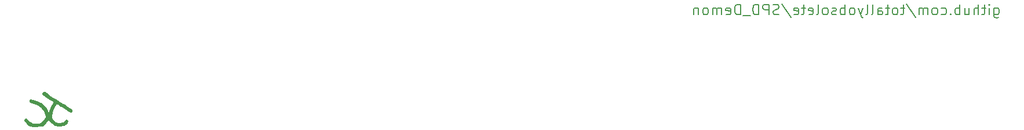
<source format=gbr>
%TF.GenerationSoftware,KiCad,Pcbnew,8.0.9*%
%TF.CreationDate,2025-05-08T22:04:52-05:00*%
%TF.ProjectId,SPD_Demon,5350445f-4465-46d6-9f6e-2e6b69636164,rev?*%
%TF.SameCoordinates,Original*%
%TF.FileFunction,Legend,Bot*%
%TF.FilePolarity,Positive*%
%FSLAX46Y46*%
G04 Gerber Fmt 4.6, Leading zero omitted, Abs format (unit mm)*
G04 Created by KiCad (PCBNEW 8.0.9) date 2025-05-08 22:04:52*
%MOMM*%
%LPD*%
G01*
G04 APERTURE LIST*
%ADD10C,0.200000*%
%ADD11C,0.000000*%
G04 APERTURE END LIST*
D10*
X169175422Y-27000028D02*
X169175422Y-28214314D01*
X169175422Y-28214314D02*
X169246850Y-28357171D01*
X169246850Y-28357171D02*
X169318279Y-28428600D01*
X169318279Y-28428600D02*
X169461136Y-28500028D01*
X169461136Y-28500028D02*
X169675422Y-28500028D01*
X169675422Y-28500028D02*
X169818279Y-28428600D01*
X169175422Y-27928600D02*
X169318279Y-28000028D01*
X169318279Y-28000028D02*
X169603993Y-28000028D01*
X169603993Y-28000028D02*
X169746850Y-27928600D01*
X169746850Y-27928600D02*
X169818279Y-27857171D01*
X169818279Y-27857171D02*
X169889707Y-27714314D01*
X169889707Y-27714314D02*
X169889707Y-27285742D01*
X169889707Y-27285742D02*
X169818279Y-27142885D01*
X169818279Y-27142885D02*
X169746850Y-27071457D01*
X169746850Y-27071457D02*
X169603993Y-27000028D01*
X169603993Y-27000028D02*
X169318279Y-27000028D01*
X169318279Y-27000028D02*
X169175422Y-27071457D01*
X168461136Y-28000028D02*
X168461136Y-27000028D01*
X168461136Y-26500028D02*
X168532564Y-26571457D01*
X168532564Y-26571457D02*
X168461136Y-26642885D01*
X168461136Y-26642885D02*
X168389707Y-26571457D01*
X168389707Y-26571457D02*
X168461136Y-26500028D01*
X168461136Y-26500028D02*
X168461136Y-26642885D01*
X167961135Y-27000028D02*
X167389707Y-27000028D01*
X167746850Y-26500028D02*
X167746850Y-27785742D01*
X167746850Y-27785742D02*
X167675421Y-27928600D01*
X167675421Y-27928600D02*
X167532564Y-28000028D01*
X167532564Y-28000028D02*
X167389707Y-28000028D01*
X166889707Y-28000028D02*
X166889707Y-26500028D01*
X166246850Y-28000028D02*
X166246850Y-27214314D01*
X166246850Y-27214314D02*
X166318278Y-27071457D01*
X166318278Y-27071457D02*
X166461135Y-27000028D01*
X166461135Y-27000028D02*
X166675421Y-27000028D01*
X166675421Y-27000028D02*
X166818278Y-27071457D01*
X166818278Y-27071457D02*
X166889707Y-27142885D01*
X164889707Y-27000028D02*
X164889707Y-28000028D01*
X165532564Y-27000028D02*
X165532564Y-27785742D01*
X165532564Y-27785742D02*
X165461135Y-27928600D01*
X165461135Y-27928600D02*
X165318278Y-28000028D01*
X165318278Y-28000028D02*
X165103992Y-28000028D01*
X165103992Y-28000028D02*
X164961135Y-27928600D01*
X164961135Y-27928600D02*
X164889707Y-27857171D01*
X164175421Y-28000028D02*
X164175421Y-26500028D01*
X164175421Y-27071457D02*
X164032564Y-27000028D01*
X164032564Y-27000028D02*
X163746849Y-27000028D01*
X163746849Y-27000028D02*
X163603992Y-27071457D01*
X163603992Y-27071457D02*
X163532564Y-27142885D01*
X163532564Y-27142885D02*
X163461135Y-27285742D01*
X163461135Y-27285742D02*
X163461135Y-27714314D01*
X163461135Y-27714314D02*
X163532564Y-27857171D01*
X163532564Y-27857171D02*
X163603992Y-27928600D01*
X163603992Y-27928600D02*
X163746849Y-28000028D01*
X163746849Y-28000028D02*
X164032564Y-28000028D01*
X164032564Y-28000028D02*
X164175421Y-27928600D01*
X162818278Y-27857171D02*
X162746849Y-27928600D01*
X162746849Y-27928600D02*
X162818278Y-28000028D01*
X162818278Y-28000028D02*
X162889706Y-27928600D01*
X162889706Y-27928600D02*
X162818278Y-27857171D01*
X162818278Y-27857171D02*
X162818278Y-28000028D01*
X161461135Y-27928600D02*
X161603992Y-28000028D01*
X161603992Y-28000028D02*
X161889706Y-28000028D01*
X161889706Y-28000028D02*
X162032563Y-27928600D01*
X162032563Y-27928600D02*
X162103992Y-27857171D01*
X162103992Y-27857171D02*
X162175420Y-27714314D01*
X162175420Y-27714314D02*
X162175420Y-27285742D01*
X162175420Y-27285742D02*
X162103992Y-27142885D01*
X162103992Y-27142885D02*
X162032563Y-27071457D01*
X162032563Y-27071457D02*
X161889706Y-27000028D01*
X161889706Y-27000028D02*
X161603992Y-27000028D01*
X161603992Y-27000028D02*
X161461135Y-27071457D01*
X160603992Y-28000028D02*
X160746849Y-27928600D01*
X160746849Y-27928600D02*
X160818278Y-27857171D01*
X160818278Y-27857171D02*
X160889706Y-27714314D01*
X160889706Y-27714314D02*
X160889706Y-27285742D01*
X160889706Y-27285742D02*
X160818278Y-27142885D01*
X160818278Y-27142885D02*
X160746849Y-27071457D01*
X160746849Y-27071457D02*
X160603992Y-27000028D01*
X160603992Y-27000028D02*
X160389706Y-27000028D01*
X160389706Y-27000028D02*
X160246849Y-27071457D01*
X160246849Y-27071457D02*
X160175421Y-27142885D01*
X160175421Y-27142885D02*
X160103992Y-27285742D01*
X160103992Y-27285742D02*
X160103992Y-27714314D01*
X160103992Y-27714314D02*
X160175421Y-27857171D01*
X160175421Y-27857171D02*
X160246849Y-27928600D01*
X160246849Y-27928600D02*
X160389706Y-28000028D01*
X160389706Y-28000028D02*
X160603992Y-28000028D01*
X159461135Y-28000028D02*
X159461135Y-27000028D01*
X159461135Y-27142885D02*
X159389706Y-27071457D01*
X159389706Y-27071457D02*
X159246849Y-27000028D01*
X159246849Y-27000028D02*
X159032563Y-27000028D01*
X159032563Y-27000028D02*
X158889706Y-27071457D01*
X158889706Y-27071457D02*
X158818278Y-27214314D01*
X158818278Y-27214314D02*
X158818278Y-28000028D01*
X158818278Y-27214314D02*
X158746849Y-27071457D01*
X158746849Y-27071457D02*
X158603992Y-27000028D01*
X158603992Y-27000028D02*
X158389706Y-27000028D01*
X158389706Y-27000028D02*
X158246849Y-27071457D01*
X158246849Y-27071457D02*
X158175420Y-27214314D01*
X158175420Y-27214314D02*
X158175420Y-28000028D01*
X156389706Y-26428600D02*
X157675420Y-28357171D01*
X156103991Y-27000028D02*
X155532563Y-27000028D01*
X155889706Y-26500028D02*
X155889706Y-27785742D01*
X155889706Y-27785742D02*
X155818277Y-27928600D01*
X155818277Y-27928600D02*
X155675420Y-28000028D01*
X155675420Y-28000028D02*
X155532563Y-28000028D01*
X154818277Y-28000028D02*
X154961134Y-27928600D01*
X154961134Y-27928600D02*
X155032563Y-27857171D01*
X155032563Y-27857171D02*
X155103991Y-27714314D01*
X155103991Y-27714314D02*
X155103991Y-27285742D01*
X155103991Y-27285742D02*
X155032563Y-27142885D01*
X155032563Y-27142885D02*
X154961134Y-27071457D01*
X154961134Y-27071457D02*
X154818277Y-27000028D01*
X154818277Y-27000028D02*
X154603991Y-27000028D01*
X154603991Y-27000028D02*
X154461134Y-27071457D01*
X154461134Y-27071457D02*
X154389706Y-27142885D01*
X154389706Y-27142885D02*
X154318277Y-27285742D01*
X154318277Y-27285742D02*
X154318277Y-27714314D01*
X154318277Y-27714314D02*
X154389706Y-27857171D01*
X154389706Y-27857171D02*
X154461134Y-27928600D01*
X154461134Y-27928600D02*
X154603991Y-28000028D01*
X154603991Y-28000028D02*
X154818277Y-28000028D01*
X153889705Y-27000028D02*
X153318277Y-27000028D01*
X153675420Y-26500028D02*
X153675420Y-27785742D01*
X153675420Y-27785742D02*
X153603991Y-27928600D01*
X153603991Y-27928600D02*
X153461134Y-28000028D01*
X153461134Y-28000028D02*
X153318277Y-28000028D01*
X152175420Y-28000028D02*
X152175420Y-27214314D01*
X152175420Y-27214314D02*
X152246848Y-27071457D01*
X152246848Y-27071457D02*
X152389705Y-27000028D01*
X152389705Y-27000028D02*
X152675420Y-27000028D01*
X152675420Y-27000028D02*
X152818277Y-27071457D01*
X152175420Y-27928600D02*
X152318277Y-28000028D01*
X152318277Y-28000028D02*
X152675420Y-28000028D01*
X152675420Y-28000028D02*
X152818277Y-27928600D01*
X152818277Y-27928600D02*
X152889705Y-27785742D01*
X152889705Y-27785742D02*
X152889705Y-27642885D01*
X152889705Y-27642885D02*
X152818277Y-27500028D01*
X152818277Y-27500028D02*
X152675420Y-27428600D01*
X152675420Y-27428600D02*
X152318277Y-27428600D01*
X152318277Y-27428600D02*
X152175420Y-27357171D01*
X151246848Y-28000028D02*
X151389705Y-27928600D01*
X151389705Y-27928600D02*
X151461134Y-27785742D01*
X151461134Y-27785742D02*
X151461134Y-26500028D01*
X150461134Y-28000028D02*
X150603991Y-27928600D01*
X150603991Y-27928600D02*
X150675420Y-27785742D01*
X150675420Y-27785742D02*
X150675420Y-26500028D01*
X150032563Y-27000028D02*
X149675420Y-28000028D01*
X149318277Y-27000028D02*
X149675420Y-28000028D01*
X149675420Y-28000028D02*
X149818277Y-28357171D01*
X149818277Y-28357171D02*
X149889706Y-28428600D01*
X149889706Y-28428600D02*
X150032563Y-28500028D01*
X148532563Y-28000028D02*
X148675420Y-27928600D01*
X148675420Y-27928600D02*
X148746849Y-27857171D01*
X148746849Y-27857171D02*
X148818277Y-27714314D01*
X148818277Y-27714314D02*
X148818277Y-27285742D01*
X148818277Y-27285742D02*
X148746849Y-27142885D01*
X148746849Y-27142885D02*
X148675420Y-27071457D01*
X148675420Y-27071457D02*
X148532563Y-27000028D01*
X148532563Y-27000028D02*
X148318277Y-27000028D01*
X148318277Y-27000028D02*
X148175420Y-27071457D01*
X148175420Y-27071457D02*
X148103992Y-27142885D01*
X148103992Y-27142885D02*
X148032563Y-27285742D01*
X148032563Y-27285742D02*
X148032563Y-27714314D01*
X148032563Y-27714314D02*
X148103992Y-27857171D01*
X148103992Y-27857171D02*
X148175420Y-27928600D01*
X148175420Y-27928600D02*
X148318277Y-28000028D01*
X148318277Y-28000028D02*
X148532563Y-28000028D01*
X147389706Y-28000028D02*
X147389706Y-26500028D01*
X147389706Y-27071457D02*
X147246849Y-27000028D01*
X147246849Y-27000028D02*
X146961134Y-27000028D01*
X146961134Y-27000028D02*
X146818277Y-27071457D01*
X146818277Y-27071457D02*
X146746849Y-27142885D01*
X146746849Y-27142885D02*
X146675420Y-27285742D01*
X146675420Y-27285742D02*
X146675420Y-27714314D01*
X146675420Y-27714314D02*
X146746849Y-27857171D01*
X146746849Y-27857171D02*
X146818277Y-27928600D01*
X146818277Y-27928600D02*
X146961134Y-28000028D01*
X146961134Y-28000028D02*
X147246849Y-28000028D01*
X147246849Y-28000028D02*
X147389706Y-27928600D01*
X146103991Y-27928600D02*
X145961134Y-28000028D01*
X145961134Y-28000028D02*
X145675420Y-28000028D01*
X145675420Y-28000028D02*
X145532563Y-27928600D01*
X145532563Y-27928600D02*
X145461134Y-27785742D01*
X145461134Y-27785742D02*
X145461134Y-27714314D01*
X145461134Y-27714314D02*
X145532563Y-27571457D01*
X145532563Y-27571457D02*
X145675420Y-27500028D01*
X145675420Y-27500028D02*
X145889706Y-27500028D01*
X145889706Y-27500028D02*
X146032563Y-27428600D01*
X146032563Y-27428600D02*
X146103991Y-27285742D01*
X146103991Y-27285742D02*
X146103991Y-27214314D01*
X146103991Y-27214314D02*
X146032563Y-27071457D01*
X146032563Y-27071457D02*
X145889706Y-27000028D01*
X145889706Y-27000028D02*
X145675420Y-27000028D01*
X145675420Y-27000028D02*
X145532563Y-27071457D01*
X144603991Y-28000028D02*
X144746848Y-27928600D01*
X144746848Y-27928600D02*
X144818277Y-27857171D01*
X144818277Y-27857171D02*
X144889705Y-27714314D01*
X144889705Y-27714314D02*
X144889705Y-27285742D01*
X144889705Y-27285742D02*
X144818277Y-27142885D01*
X144818277Y-27142885D02*
X144746848Y-27071457D01*
X144746848Y-27071457D02*
X144603991Y-27000028D01*
X144603991Y-27000028D02*
X144389705Y-27000028D01*
X144389705Y-27000028D02*
X144246848Y-27071457D01*
X144246848Y-27071457D02*
X144175420Y-27142885D01*
X144175420Y-27142885D02*
X144103991Y-27285742D01*
X144103991Y-27285742D02*
X144103991Y-27714314D01*
X144103991Y-27714314D02*
X144175420Y-27857171D01*
X144175420Y-27857171D02*
X144246848Y-27928600D01*
X144246848Y-27928600D02*
X144389705Y-28000028D01*
X144389705Y-28000028D02*
X144603991Y-28000028D01*
X143246848Y-28000028D02*
X143389705Y-27928600D01*
X143389705Y-27928600D02*
X143461134Y-27785742D01*
X143461134Y-27785742D02*
X143461134Y-26500028D01*
X142103991Y-27928600D02*
X142246848Y-28000028D01*
X142246848Y-28000028D02*
X142532563Y-28000028D01*
X142532563Y-28000028D02*
X142675420Y-27928600D01*
X142675420Y-27928600D02*
X142746848Y-27785742D01*
X142746848Y-27785742D02*
X142746848Y-27214314D01*
X142746848Y-27214314D02*
X142675420Y-27071457D01*
X142675420Y-27071457D02*
X142532563Y-27000028D01*
X142532563Y-27000028D02*
X142246848Y-27000028D01*
X142246848Y-27000028D02*
X142103991Y-27071457D01*
X142103991Y-27071457D02*
X142032563Y-27214314D01*
X142032563Y-27214314D02*
X142032563Y-27357171D01*
X142032563Y-27357171D02*
X142746848Y-27500028D01*
X141603991Y-27000028D02*
X141032563Y-27000028D01*
X141389706Y-26500028D02*
X141389706Y-27785742D01*
X141389706Y-27785742D02*
X141318277Y-27928600D01*
X141318277Y-27928600D02*
X141175420Y-28000028D01*
X141175420Y-28000028D02*
X141032563Y-28000028D01*
X139961134Y-27928600D02*
X140103991Y-28000028D01*
X140103991Y-28000028D02*
X140389706Y-28000028D01*
X140389706Y-28000028D02*
X140532563Y-27928600D01*
X140532563Y-27928600D02*
X140603991Y-27785742D01*
X140603991Y-27785742D02*
X140603991Y-27214314D01*
X140603991Y-27214314D02*
X140532563Y-27071457D01*
X140532563Y-27071457D02*
X140389706Y-27000028D01*
X140389706Y-27000028D02*
X140103991Y-27000028D01*
X140103991Y-27000028D02*
X139961134Y-27071457D01*
X139961134Y-27071457D02*
X139889706Y-27214314D01*
X139889706Y-27214314D02*
X139889706Y-27357171D01*
X139889706Y-27357171D02*
X140603991Y-27500028D01*
X138175420Y-26428600D02*
X139461134Y-28357171D01*
X137746848Y-27928600D02*
X137532563Y-28000028D01*
X137532563Y-28000028D02*
X137175420Y-28000028D01*
X137175420Y-28000028D02*
X137032563Y-27928600D01*
X137032563Y-27928600D02*
X136961134Y-27857171D01*
X136961134Y-27857171D02*
X136889705Y-27714314D01*
X136889705Y-27714314D02*
X136889705Y-27571457D01*
X136889705Y-27571457D02*
X136961134Y-27428600D01*
X136961134Y-27428600D02*
X137032563Y-27357171D01*
X137032563Y-27357171D02*
X137175420Y-27285742D01*
X137175420Y-27285742D02*
X137461134Y-27214314D01*
X137461134Y-27214314D02*
X137603991Y-27142885D01*
X137603991Y-27142885D02*
X137675420Y-27071457D01*
X137675420Y-27071457D02*
X137746848Y-26928600D01*
X137746848Y-26928600D02*
X137746848Y-26785742D01*
X137746848Y-26785742D02*
X137675420Y-26642885D01*
X137675420Y-26642885D02*
X137603991Y-26571457D01*
X137603991Y-26571457D02*
X137461134Y-26500028D01*
X137461134Y-26500028D02*
X137103991Y-26500028D01*
X137103991Y-26500028D02*
X136889705Y-26571457D01*
X136246849Y-28000028D02*
X136246849Y-26500028D01*
X136246849Y-26500028D02*
X135675420Y-26500028D01*
X135675420Y-26500028D02*
X135532563Y-26571457D01*
X135532563Y-26571457D02*
X135461134Y-26642885D01*
X135461134Y-26642885D02*
X135389706Y-26785742D01*
X135389706Y-26785742D02*
X135389706Y-27000028D01*
X135389706Y-27000028D02*
X135461134Y-27142885D01*
X135461134Y-27142885D02*
X135532563Y-27214314D01*
X135532563Y-27214314D02*
X135675420Y-27285742D01*
X135675420Y-27285742D02*
X136246849Y-27285742D01*
X134746849Y-28000028D02*
X134746849Y-26500028D01*
X134746849Y-26500028D02*
X134389706Y-26500028D01*
X134389706Y-26500028D02*
X134175420Y-26571457D01*
X134175420Y-26571457D02*
X134032563Y-26714314D01*
X134032563Y-26714314D02*
X133961134Y-26857171D01*
X133961134Y-26857171D02*
X133889706Y-27142885D01*
X133889706Y-27142885D02*
X133889706Y-27357171D01*
X133889706Y-27357171D02*
X133961134Y-27642885D01*
X133961134Y-27642885D02*
X134032563Y-27785742D01*
X134032563Y-27785742D02*
X134175420Y-27928600D01*
X134175420Y-27928600D02*
X134389706Y-28000028D01*
X134389706Y-28000028D02*
X134746849Y-28000028D01*
X133603992Y-28142885D02*
X132461134Y-28142885D01*
X132103992Y-28000028D02*
X132103992Y-26500028D01*
X132103992Y-26500028D02*
X131746849Y-26500028D01*
X131746849Y-26500028D02*
X131532563Y-26571457D01*
X131532563Y-26571457D02*
X131389706Y-26714314D01*
X131389706Y-26714314D02*
X131318277Y-26857171D01*
X131318277Y-26857171D02*
X131246849Y-27142885D01*
X131246849Y-27142885D02*
X131246849Y-27357171D01*
X131246849Y-27357171D02*
X131318277Y-27642885D01*
X131318277Y-27642885D02*
X131389706Y-27785742D01*
X131389706Y-27785742D02*
X131532563Y-27928600D01*
X131532563Y-27928600D02*
X131746849Y-28000028D01*
X131746849Y-28000028D02*
X132103992Y-28000028D01*
X130032563Y-27928600D02*
X130175420Y-28000028D01*
X130175420Y-28000028D02*
X130461135Y-28000028D01*
X130461135Y-28000028D02*
X130603992Y-27928600D01*
X130603992Y-27928600D02*
X130675420Y-27785742D01*
X130675420Y-27785742D02*
X130675420Y-27214314D01*
X130675420Y-27214314D02*
X130603992Y-27071457D01*
X130603992Y-27071457D02*
X130461135Y-27000028D01*
X130461135Y-27000028D02*
X130175420Y-27000028D01*
X130175420Y-27000028D02*
X130032563Y-27071457D01*
X130032563Y-27071457D02*
X129961135Y-27214314D01*
X129961135Y-27214314D02*
X129961135Y-27357171D01*
X129961135Y-27357171D02*
X130675420Y-27500028D01*
X129318278Y-28000028D02*
X129318278Y-27000028D01*
X129318278Y-27142885D02*
X129246849Y-27071457D01*
X129246849Y-27071457D02*
X129103992Y-27000028D01*
X129103992Y-27000028D02*
X128889706Y-27000028D01*
X128889706Y-27000028D02*
X128746849Y-27071457D01*
X128746849Y-27071457D02*
X128675421Y-27214314D01*
X128675421Y-27214314D02*
X128675421Y-28000028D01*
X128675421Y-27214314D02*
X128603992Y-27071457D01*
X128603992Y-27071457D02*
X128461135Y-27000028D01*
X128461135Y-27000028D02*
X128246849Y-27000028D01*
X128246849Y-27000028D02*
X128103992Y-27071457D01*
X128103992Y-27071457D02*
X128032563Y-27214314D01*
X128032563Y-27214314D02*
X128032563Y-28000028D01*
X127103992Y-28000028D02*
X127246849Y-27928600D01*
X127246849Y-27928600D02*
X127318278Y-27857171D01*
X127318278Y-27857171D02*
X127389706Y-27714314D01*
X127389706Y-27714314D02*
X127389706Y-27285742D01*
X127389706Y-27285742D02*
X127318278Y-27142885D01*
X127318278Y-27142885D02*
X127246849Y-27071457D01*
X127246849Y-27071457D02*
X127103992Y-27000028D01*
X127103992Y-27000028D02*
X126889706Y-27000028D01*
X126889706Y-27000028D02*
X126746849Y-27071457D01*
X126746849Y-27071457D02*
X126675421Y-27142885D01*
X126675421Y-27142885D02*
X126603992Y-27285742D01*
X126603992Y-27285742D02*
X126603992Y-27714314D01*
X126603992Y-27714314D02*
X126675421Y-27857171D01*
X126675421Y-27857171D02*
X126746849Y-27928600D01*
X126746849Y-27928600D02*
X126889706Y-28000028D01*
X126889706Y-28000028D02*
X127103992Y-28000028D01*
X125961135Y-27000028D02*
X125961135Y-28000028D01*
X125961135Y-27142885D02*
X125889706Y-27071457D01*
X125889706Y-27071457D02*
X125746849Y-27000028D01*
X125746849Y-27000028D02*
X125532563Y-27000028D01*
X125532563Y-27000028D02*
X125389706Y-27071457D01*
X125389706Y-27071457D02*
X125318278Y-27214314D01*
X125318278Y-27214314D02*
X125318278Y-28000028D01*
D11*
%TO.C,G\u002A\u002A\u002A*%
G36*
X30517503Y-39348546D02*
G01*
X30772918Y-39499153D01*
X31087218Y-39755177D01*
X31196674Y-39842489D01*
X31414725Y-39989847D01*
X31649458Y-40126555D01*
X31982865Y-40305068D01*
X32230901Y-40443931D01*
X32424269Y-40561959D01*
X32594581Y-40678452D01*
X32773451Y-40812707D01*
X32921568Y-40923650D01*
X33061556Y-41020350D01*
X33131276Y-41057566D01*
X33143019Y-41061171D01*
X33242098Y-41115055D01*
X33414230Y-41219871D01*
X33632172Y-41357975D01*
X33868680Y-41511724D01*
X34096511Y-41663472D01*
X34288422Y-41795575D01*
X34417171Y-41890390D01*
X34515998Y-42002928D01*
X34556133Y-42156558D01*
X34501978Y-42284809D01*
X34358329Y-42350213D01*
X34294733Y-42346753D01*
X34126191Y-42287402D01*
X33880719Y-42154472D01*
X33546687Y-41942115D01*
X33301169Y-41780976D01*
X33084197Y-41642658D01*
X32930107Y-41549053D01*
X32862077Y-41514635D01*
X32822998Y-41496257D01*
X32703912Y-41414539D01*
X32542408Y-41289580D01*
X32383936Y-41171540D01*
X32263260Y-41116285D01*
X32188330Y-41139400D01*
X32155139Y-41179973D01*
X32112479Y-41291249D01*
X32086503Y-41370063D01*
X32007215Y-41529485D01*
X31893216Y-41727664D01*
X31725418Y-42061146D01*
X31603122Y-42423666D01*
X31539827Y-42768678D01*
X31546703Y-43053442D01*
X31559564Y-43105467D01*
X31642521Y-43294470D01*
X31764757Y-43477109D01*
X31897265Y-43614908D01*
X32011041Y-43669391D01*
X32069119Y-43684515D01*
X32178624Y-43767335D01*
X32207440Y-43793056D01*
X32369664Y-43847564D01*
X32649554Y-43865278D01*
X32812645Y-43862284D01*
X32991834Y-43836502D01*
X33134895Y-43766630D01*
X33299920Y-43631815D01*
X33308083Y-43624577D01*
X33531201Y-43464680D01*
X33707481Y-43414463D01*
X33828358Y-43473770D01*
X33885268Y-43642447D01*
X33885646Y-43646369D01*
X33876704Y-43788006D01*
X33804019Y-43917449D01*
X33644251Y-44076753D01*
X33560889Y-44148869D01*
X33433318Y-44238811D01*
X33294734Y-44294100D01*
X33104763Y-44328441D01*
X32823035Y-44355539D01*
X32795689Y-44357763D01*
X32507785Y-44375312D01*
X32303754Y-44369717D01*
X32139929Y-44336685D01*
X31972646Y-44271922D01*
X31793173Y-44174822D01*
X31534254Y-43988566D01*
X31305483Y-43777439D01*
X31152450Y-43579907D01*
X31135926Y-43554082D01*
X31089780Y-43526822D01*
X31019492Y-43560960D01*
X30905313Y-43669826D01*
X30727499Y-43866748D01*
X30690246Y-43908293D01*
X30493072Y-44108261D01*
X30306373Y-44269517D01*
X30166173Y-44360381D01*
X30125539Y-44374491D01*
X29930091Y-44410559D01*
X29655273Y-44435406D01*
X29336246Y-44448679D01*
X29008172Y-44450022D01*
X28706212Y-44439084D01*
X28465528Y-44415509D01*
X28321281Y-44378944D01*
X28315334Y-44375770D01*
X28192730Y-44288192D01*
X28017239Y-44138901D01*
X27824771Y-43958319D01*
X27700329Y-43832123D01*
X27564109Y-43670829D01*
X27501372Y-43545886D01*
X27494042Y-43428330D01*
X27497856Y-43400315D01*
X27553283Y-43272962D01*
X27687910Y-43225198D01*
X27711949Y-43223385D01*
X27837105Y-43248563D01*
X27985066Y-43344093D01*
X28184004Y-43527122D01*
X28359990Y-43693172D01*
X28532121Y-43839039D01*
X28652010Y-43922343D01*
X28797867Y-43965601D01*
X29048558Y-43990965D01*
X29336248Y-43988875D01*
X29611005Y-43960060D01*
X29822895Y-43905249D01*
X29953041Y-43825912D01*
X30134614Y-43668049D01*
X30322804Y-43469436D01*
X30490631Y-43261258D01*
X30611114Y-43074696D01*
X30657270Y-42940934D01*
X30648445Y-42857479D01*
X30574046Y-42620378D01*
X30439467Y-42338842D01*
X30263556Y-42049538D01*
X30065162Y-41789134D01*
X30002261Y-41718193D01*
X29844818Y-41559737D01*
X29680573Y-41434541D01*
X29479454Y-41325224D01*
X29211389Y-41214407D01*
X28846306Y-41084711D01*
X28660227Y-41019011D01*
X28430162Y-40923808D01*
X28293097Y-40836738D01*
X28227009Y-40741827D01*
X28209875Y-40623100D01*
X28236498Y-40501297D01*
X28326746Y-40431512D01*
X28491243Y-40419587D01*
X28740588Y-40466461D01*
X29085381Y-40573068D01*
X29536219Y-40740347D01*
X29687536Y-40801199D01*
X29906497Y-40904808D01*
X30084564Y-41023124D01*
X30262520Y-41185546D01*
X30481149Y-41421470D01*
X30584520Y-41541377D01*
X30761089Y-41768004D01*
X30891933Y-41964976D01*
X30954365Y-42099774D01*
X30981341Y-42189318D01*
X31041923Y-42284121D01*
X31096546Y-42283102D01*
X31120291Y-42174969D01*
X31130766Y-42122203D01*
X31190121Y-41959889D01*
X31290192Y-41732912D01*
X31417527Y-41473041D01*
X31498855Y-41312125D01*
X31610158Y-41081888D01*
X31686643Y-40910441D01*
X31715184Y-40826310D01*
X31678900Y-40778618D01*
X31551142Y-40689272D01*
X31363002Y-40587583D01*
X31216204Y-40508831D01*
X30940313Y-40333404D01*
X30698048Y-40150010D01*
X30549226Y-40027175D01*
X30373551Y-39892785D01*
X30253037Y-39813061D01*
X30243058Y-39807585D01*
X30152520Y-39707852D01*
X30140777Y-39535104D01*
X30197714Y-39366932D01*
X30324568Y-39304194D01*
X30517503Y-39348546D01*
G37*
%TD*%
M02*

</source>
